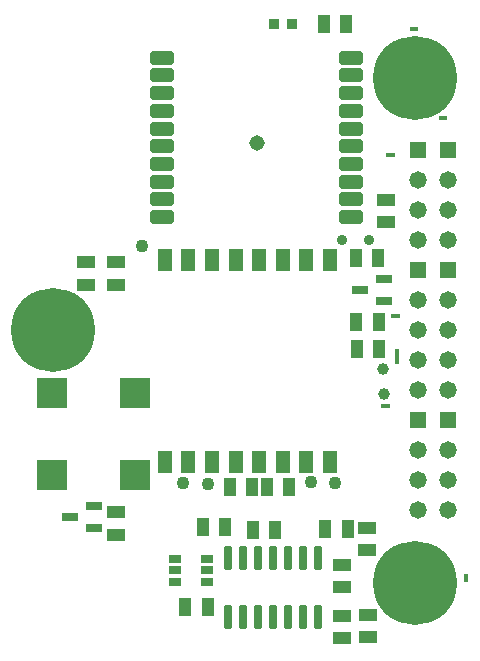
<source format=gts>
G04*
G04 #@! TF.GenerationSoftware,Altium Limited,Altium Designer,25.1.2 (22)*
G04*
G04 Layer_Color=8388736*
%FSLAX44Y44*%
%MOMM*%
G71*
G04*
G04 #@! TF.SameCoordinates,B52A457E-B352-49CB-BE48-5EE90B4D2348*
G04*
G04*
G04 #@! TF.FilePolarity,Negative*
G04*
G01*
G75*
%ADD18R,1.2000X1.9000*%
%ADD19R,1.2000X1.9000*%
%ADD20R,1.2000X1.9000*%
%ADD30R,0.3500X0.5500*%
%ADD31R,0.5500X0.3500*%
%ADD32R,0.3500X1.1001*%
%ADD33R,1.1416X1.5716*%
G04:AMPARAMS|DCode=34|XSize=2.1016mm|YSize=1.1016mm|CornerRadius=0.1758mm|HoleSize=0mm|Usage=FLASHONLY|Rotation=180.000|XOffset=0mm|YOffset=0mm|HoleType=Round|Shape=RoundedRectangle|*
%AMROUNDEDRECTD34*
21,1,2.1016,0.7500,0,0,180.0*
21,1,1.7500,1.1016,0,0,180.0*
1,1,0.3516,-0.8750,0.3750*
1,1,0.3516,0.8750,0.3750*
1,1,0.3516,0.8750,-0.3750*
1,1,0.3516,-0.8750,-0.3750*
%
%ADD34ROUNDEDRECTD34*%
%ADD35R,2.6016X2.6016*%
%ADD36C,1.1016*%
%ADD37R,0.3500X0.2500*%
%ADD38R,0.2500X0.3500*%
%ADD39R,0.9016X0.9016*%
G04:AMPARAMS|DCode=40|XSize=2.0716mm|YSize=0.7016mm|CornerRadius=0.2008mm|HoleSize=0mm|Usage=FLASHONLY|Rotation=90.000|XOffset=0mm|YOffset=0mm|HoleType=Round|Shape=RoundedRectangle|*
%AMROUNDEDRECTD40*
21,1,2.0716,0.3000,0,0,90.0*
21,1,1.6700,0.7016,0,0,90.0*
1,1,0.4016,0.1500,0.8350*
1,1,0.4016,0.1500,-0.8350*
1,1,0.4016,-0.1500,-0.8350*
1,1,0.4016,-0.1500,0.8350*
%
%ADD40ROUNDEDRECTD40*%
%ADD41R,1.1049X0.6604*%
G04:AMPARAMS|DCode=42|XSize=1.4216mm|YSize=0.7016mm|CornerRadius=0.1258mm|HoleSize=0mm|Usage=FLASHONLY|Rotation=180.000|XOffset=0mm|YOffset=0mm|HoleType=Round|Shape=RoundedRectangle|*
%AMROUNDEDRECTD42*
21,1,1.4216,0.4500,0,0,180.0*
21,1,1.1700,0.7016,0,0,180.0*
1,1,0.2516,-0.5850,0.2250*
1,1,0.2516,0.5850,0.2250*
1,1,0.2516,0.5850,-0.2250*
1,1,0.2516,-0.5850,-0.2250*
%
%ADD42ROUNDEDRECTD42*%
%ADD43R,1.5716X1.1416*%
%ADD44C,1.3116*%
%ADD45C,1.4716*%
%ADD46R,1.4716X1.4716*%
%ADD47C,1.4720*%
%ADD48C,7.1016*%
%ADD49C,1.0032*%
%ADD50C,0.9016*%
D18*
X266742Y339853D02*
D03*
X286742D02*
D03*
X206742D02*
D03*
X186742D02*
D03*
X166742D02*
D03*
X146742D02*
D03*
D19*
X246742D02*
D03*
X226742D02*
D03*
D20*
X166742Y168853D02*
D03*
X146742D02*
D03*
X206742D02*
D03*
X186742D02*
D03*
X246742Y168853D02*
D03*
X226742D02*
D03*
X286742Y168853D02*
D03*
X266742D02*
D03*
D30*
X402131Y70164D02*
D03*
X343627Y260580D02*
D03*
D31*
X342088Y292173D02*
D03*
X333574Y216178D02*
D03*
X357828Y535066D02*
D03*
X338142Y428105D02*
D03*
X382418Y459962D02*
D03*
D32*
X343627Y257829D02*
D03*
D33*
X198037Y113352D02*
D03*
X179237D02*
D03*
X301601Y111386D02*
D03*
X282801D02*
D03*
X281700Y539011D02*
D03*
X300501D02*
D03*
X309101Y286702D02*
D03*
X327901D02*
D03*
X327953Y263794D02*
D03*
X309153D02*
D03*
X327355Y341282D02*
D03*
X308555D02*
D03*
X233376Y147655D02*
D03*
X252176D02*
D03*
X164208Y46041D02*
D03*
X183008D02*
D03*
X221240Y110927D02*
D03*
X240040D02*
D03*
X220958Y147674D02*
D03*
X202158D02*
D03*
D34*
X304822Y375812D02*
D03*
Y390812D02*
D03*
Y405812D02*
D03*
Y420812D02*
D03*
Y435812D02*
D03*
Y450812D02*
D03*
Y465812D02*
D03*
Y480812D02*
D03*
Y495812D02*
D03*
Y510812D02*
D03*
X144822D02*
D03*
Y495812D02*
D03*
Y480812D02*
D03*
Y465812D02*
D03*
Y450812D02*
D03*
Y435812D02*
D03*
Y420812D02*
D03*
Y405812D02*
D03*
Y390812D02*
D03*
Y375812D02*
D03*
D35*
X51458Y227231D02*
D03*
X121458D02*
D03*
Y157231D02*
D03*
X51458D02*
D03*
D36*
X270811Y151252D02*
D03*
X290737Y150906D02*
D03*
X162310Y150321D02*
D03*
X183681Y149642D02*
D03*
X127684Y351435D02*
D03*
D37*
X402131Y72914D02*
D03*
Y67414D02*
D03*
X343627Y263330D02*
D03*
Y252330D02*
D03*
Y257830D02*
D03*
D38*
X344838Y292173D02*
D03*
X339338D02*
D03*
X336324Y216178D02*
D03*
X330824D02*
D03*
X355078Y535066D02*
D03*
X360578D02*
D03*
X340892Y428105D02*
D03*
X335392D02*
D03*
X379668Y459962D02*
D03*
X385168D02*
D03*
D39*
X239341Y539220D02*
D03*
X254341D02*
D03*
D40*
X200771Y87089D02*
D03*
X213471D02*
D03*
X226171D02*
D03*
X238871D02*
D03*
X251571D02*
D03*
X264271D02*
D03*
X276971D02*
D03*
Y37589D02*
D03*
X264271D02*
D03*
X251571D02*
D03*
X238871D02*
D03*
X226171D02*
D03*
X213471D02*
D03*
X200771D02*
D03*
D41*
X155203Y67311D02*
D03*
Y76811D02*
D03*
Y86311D02*
D03*
X182254D02*
D03*
Y76811D02*
D03*
Y67311D02*
D03*
D42*
X332501Y304569D02*
D03*
Y323569D02*
D03*
X312501Y314069D02*
D03*
X86601Y112229D02*
D03*
Y131229D02*
D03*
X66601Y121729D02*
D03*
D43*
X105578Y337578D02*
D03*
Y318778D02*
D03*
X79910Y337590D02*
D03*
Y318790D02*
D03*
X297033Y19076D02*
D03*
Y37876D02*
D03*
X105104Y125894D02*
D03*
Y107094D02*
D03*
X297034Y81419D02*
D03*
Y62619D02*
D03*
X333720Y390504D02*
D03*
Y371704D02*
D03*
X318908Y39392D02*
D03*
Y20592D02*
D03*
X318260Y112494D02*
D03*
Y93694D02*
D03*
D44*
X224822Y438812D02*
D03*
D45*
X386470Y356200D02*
D03*
Y381600D02*
D03*
Y407000D02*
D03*
X361070Y127600D02*
D03*
Y153000D02*
D03*
Y356200D02*
D03*
Y381600D02*
D03*
Y407000D02*
D03*
X386470Y127600D02*
D03*
Y153000D02*
D03*
X361070Y254600D02*
D03*
Y280000D02*
D03*
Y305400D02*
D03*
X386470Y254600D02*
D03*
Y280000D02*
D03*
Y305400D02*
D03*
D46*
Y432400D02*
D03*
X361070Y203800D02*
D03*
Y432400D02*
D03*
X386470Y203800D02*
D03*
X361065Y330800D02*
D03*
X386470D02*
D03*
D47*
X361070Y178400D02*
D03*
X386470D02*
D03*
X361070Y229200D02*
D03*
X386470D02*
D03*
D48*
X52500Y280000D02*
D03*
X358370Y66426D02*
D03*
X358374Y493574D02*
D03*
D49*
X332676Y226029D02*
D03*
X331432Y246994D02*
D03*
D50*
X297060Y356143D02*
D03*
X319586D02*
D03*
M02*

</source>
